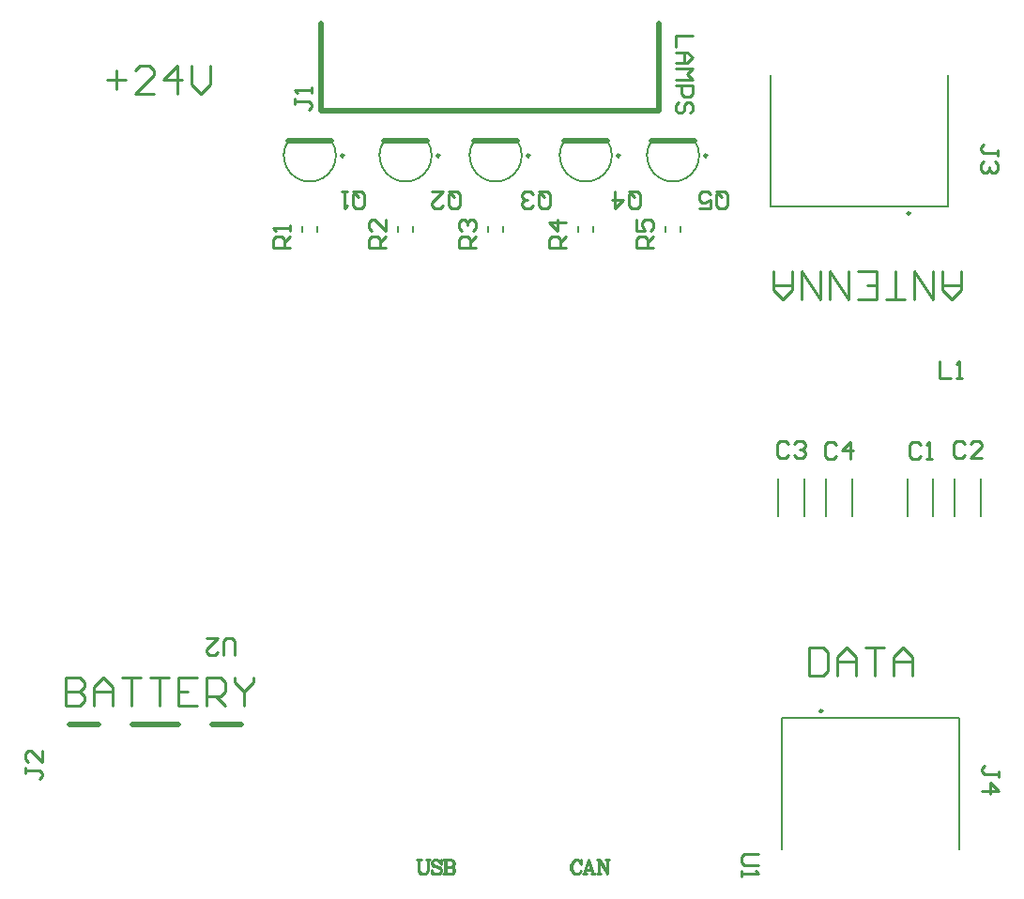
<source format=gbr>
%TF.GenerationSoftware,Altium Limited,Altium Designer,25.2.1 (25)*%
G04 Layer_Color=65535*
%FSLAX45Y45*%
%MOMM*%
%TF.SameCoordinates,918F7520-6D5E-4649-A0F8-73A0CF3CBC90*%
%TF.FilePolarity,Positive*%
%TF.FileFunction,Legend,Top*%
%TF.Part,Single*%
G01*
G75*
%TA.AperFunction,NonConductor*%
%ADD35C,0.25000*%
%ADD36C,0.20000*%
%ADD37C,0.50000*%
%ADD38C,0.25400*%
D35*
X7796500Y1755000D02*
G03*
X7796500Y1755000I-12500J0D01*
G01*
X3478300Y6766800D02*
G03*
X3478300Y6766800I-12500J0D01*
G01*
X4341900D02*
G03*
X4341900Y6766800I-12500J0D01*
G01*
X5967500D02*
G03*
X5967500Y6766800I-12500J0D01*
G01*
X6754900D02*
G03*
X6754900Y6766800I-12500J0D01*
G01*
X5154700D02*
G03*
X5154700Y6766800I-12500J0D01*
G01*
X8585500Y6245000D02*
G03*
X8585500Y6245000I-12500J0D01*
G01*
D36*
X2977413Y6900315D02*
G03*
X3364166Y6900347I193387J-133515D01*
G01*
X3841013Y6900315D02*
G03*
X4227766Y6900347I193387J-133515D01*
G01*
X5466613Y6900315D02*
G03*
X5853366Y6900347I193387J-133515D01*
G01*
X6254013Y6900315D02*
G03*
X6640766Y6900347I193387J-133515D01*
G01*
X4653813Y6900315D02*
G03*
X5040566Y6900347I193387J-133515D01*
G01*
X9028500Y505000D02*
Y1690000D01*
X7428500D02*
X9028500D01*
X7428500Y505000D02*
Y1690000D01*
X8060408Y3517690D02*
Y3848310D01*
X7824788Y3517690D02*
Y3848310D01*
X7627978Y3517690D02*
Y3848310D01*
X7392358Y3517690D02*
Y3848310D01*
X9223889Y3517690D02*
Y3848310D01*
X8988269Y3517690D02*
Y3848310D01*
X8795899Y3517690D02*
Y3848310D01*
X8560279Y3517690D02*
Y3848310D01*
X6514900Y6082300D02*
Y6127300D01*
X6379900Y6082300D02*
Y6127300D01*
X5727500Y6082300D02*
Y6127300D01*
X5592500Y6082300D02*
Y6127300D01*
X4914700Y6082300D02*
Y6127300D01*
X4779700Y6082300D02*
Y6127300D01*
X4101900Y6082300D02*
Y6127300D01*
X3966900Y6082300D02*
Y6127300D01*
X3238300Y6082300D02*
Y6127300D01*
X3103300Y6082300D02*
Y6127300D01*
X7328500Y6310000D02*
X8928500D01*
Y7495000D01*
X7328500Y6310000D02*
Y7495000D01*
D37*
X2977434Y6900300D02*
X3364166D01*
X3841034D02*
X4227766D01*
X5466634D02*
X5853366D01*
X6254034D02*
X6640766D01*
X4653834D02*
X5040566D01*
X3272400Y7169000D02*
X6320400D01*
X1000000Y1635000D02*
X1262111D01*
X2287889D02*
X2550000D01*
X1567889D02*
X1982111D01*
X3272400Y7169000D02*
Y7954600D01*
X6320400Y7169000D02*
Y7954600D01*
D38*
X1342484Y7452359D02*
X1511762D01*
X1427123Y7536998D02*
Y7367720D01*
X1765680Y7325400D02*
X1596402D01*
X1765680Y7494678D01*
Y7536998D01*
X1723361Y7579318D01*
X1638721D01*
X1596402Y7536998D01*
X1977278Y7325400D02*
Y7579318D01*
X1850320Y7452359D01*
X2019598D01*
X2104238Y7579318D02*
Y7410039D01*
X2188877Y7325400D01*
X2273516Y7410039D01*
Y7579318D01*
X6625351Y7849886D02*
X6475400D01*
Y7749919D01*
Y7699935D02*
X6575367D01*
X6625351Y7649951D01*
X6575367Y7599967D01*
X6475400D01*
X6550376D01*
Y7699935D01*
X6475400Y7549983D02*
X6625351D01*
X6575367Y7499999D01*
X6625351Y7450016D01*
X6475400D01*
Y7400032D02*
X6625351D01*
Y7325056D01*
X6600359Y7300064D01*
X6550376D01*
X6525384Y7325056D01*
Y7400032D01*
X6600359Y7150113D02*
X6625351Y7175105D01*
Y7225089D01*
X6600359Y7250080D01*
X6575367D01*
X6550376Y7225089D01*
Y7175105D01*
X6525384Y7150113D01*
X6500392D01*
X6475400Y7175105D01*
Y7225089D01*
X6500392Y7250080D01*
X968607Y2059318D02*
Y1805400D01*
X1095566D01*
X1137885Y1847720D01*
Y1890039D01*
X1095566Y1932359D01*
X968607D01*
X1095566D01*
X1137885Y1974679D01*
Y2016998D01*
X1095566Y2059318D01*
X968607D01*
X1222525Y1805400D02*
Y1974679D01*
X1307164Y2059318D01*
X1391803Y1974679D01*
Y1805400D01*
Y1932359D01*
X1222525D01*
X1476443Y2059318D02*
X1645721D01*
X1561082D01*
Y1805400D01*
X1730361Y2059318D02*
X1899639D01*
X1815000D01*
Y1805400D01*
X2153557Y2059318D02*
X1984279D01*
Y1805400D01*
X2153557D01*
X1984279Y1932359D02*
X2068918D01*
X2238197Y1805400D02*
Y2059318D01*
X2365156D01*
X2407475Y2016998D01*
Y1932359D01*
X2365156Y1890039D01*
X2238197D01*
X2322836D02*
X2407475Y1805400D01*
X2492115Y2059318D02*
Y2016998D01*
X2576754Y1932359D01*
X2661393Y2016998D01*
Y2059318D01*
X2576754Y1932359D02*
Y1805400D01*
X7674484Y2329318D02*
Y2075400D01*
X7801443D01*
X7843762Y2117720D01*
Y2286998D01*
X7801443Y2329318D01*
X7674484D01*
X7928402Y2075400D02*
Y2244679D01*
X8013041Y2329318D01*
X8097680Y2244679D01*
Y2075400D01*
Y2202359D01*
X7928402D01*
X8182320Y2329318D02*
X8351598D01*
X8266959D01*
Y2075400D01*
X8436238D02*
Y2244679D01*
X8520877Y2329318D01*
X8605516Y2244679D01*
Y2075400D01*
Y2202359D01*
X8436238D01*
X9048433Y5725153D02*
Y5555874D01*
X8963794Y5471235D01*
X8879154Y5555874D01*
Y5725153D01*
Y5598194D01*
X9048433D01*
X8794515Y5725153D02*
Y5471235D01*
X8625236Y5725153D01*
Y5471235D01*
X8540597D02*
X8371319D01*
X8455958D01*
Y5725153D01*
X8117401Y5471235D02*
X8286679D01*
Y5725153D01*
X8117401D01*
X8286679Y5598194D02*
X8202040D01*
X8032761Y5725153D02*
Y5471235D01*
X7863483Y5725153D01*
Y5471235D01*
X7778843Y5725153D02*
Y5471235D01*
X7609565Y5725153D01*
Y5471235D01*
X7524925Y5725153D02*
Y5555874D01*
X7440286Y5471235D01*
X7355647Y5555874D01*
Y5725153D01*
Y5598194D01*
X7524925D01*
X5609616Y392942D02*
X5615663Y374802D01*
Y411080D01*
X5609616Y392942D01*
X5597524Y405034D01*
X5579385Y411080D01*
X5567292D01*
X5549153Y405034D01*
X5537061Y392942D01*
X5531014Y380849D01*
X5524968Y362710D01*
Y332478D01*
X5531014Y314339D01*
X5537061Y302247D01*
X5549153Y290154D01*
X5567292Y284108D01*
X5579385D01*
X5597524Y290154D01*
X5609616Y302247D01*
X5615663Y314339D01*
X5567292Y411080D02*
X5555199Y405034D01*
X5543107Y392942D01*
X5537061Y380849D01*
X5531014Y362710D01*
Y332478D01*
X5537061Y314339D01*
X5543107Y302247D01*
X5555199Y290154D01*
X5567292Y284108D01*
X5688219Y411080D02*
X5645894Y284108D01*
X5688219Y411080D02*
X5730543Y284108D01*
X5688219Y392942D02*
X5724497Y284108D01*
X5657987Y320386D02*
X5712404D01*
X5633802Y284108D02*
X5670080D01*
X5706358D02*
X5742636D01*
X5777100Y411080D02*
Y284108D01*
X5783146Y411080D02*
X5855702Y296200D01*
X5783146Y398988D02*
X5855702Y284108D01*
Y411080D02*
Y284108D01*
X5758961Y411080D02*
X5783146D01*
X5837563D02*
X5873841D01*
X5758961Y284108D02*
X5795239D01*
X4149444Y411079D02*
Y320384D01*
X4155491Y302245D01*
X4167583Y290152D01*
X4185722Y284106D01*
X4197815D01*
X4215954Y290152D01*
X4228046Y302245D01*
X4234093Y320384D01*
Y411079D01*
X4155491D02*
Y320384D01*
X4161537Y302245D01*
X4173629Y290152D01*
X4185722Y284106D01*
X4131305Y411079D02*
X4173629D01*
X4215954D02*
X4252232D01*
X4345950Y392940D02*
X4351996Y411079D01*
Y374801D01*
X4345950Y392940D01*
X4333857Y405032D01*
X4315718Y411079D01*
X4297579D01*
X4279440Y405032D01*
X4267348Y392940D01*
Y380847D01*
X4273394Y368755D01*
X4279440Y362708D01*
X4291533Y356662D01*
X4327811Y344569D01*
X4339903Y338523D01*
X4351996Y326430D01*
X4267348Y380847D02*
X4279440Y368755D01*
X4291533Y362708D01*
X4327811Y350616D01*
X4339903Y344569D01*
X4345950Y338523D01*
X4351996Y326430D01*
Y302245D01*
X4339903Y290152D01*
X4321765Y284106D01*
X4303626D01*
X4285486Y290152D01*
X4273394Y302245D01*
X4267348Y320384D01*
Y284106D01*
X4273394Y302245D01*
X4388879Y411079D02*
Y284106D01*
X4394925Y411079D02*
Y284106D01*
X4370740Y411079D02*
X4443296D01*
X4461435Y405032D01*
X4467481Y398986D01*
X4473527Y386894D01*
Y374801D01*
X4467481Y362708D01*
X4461435Y356662D01*
X4443296Y350616D01*
Y411079D02*
X4455388Y405032D01*
X4461435Y398986D01*
X4467481Y386894D01*
Y374801D01*
X4461435Y362708D01*
X4455388Y356662D01*
X4443296Y350616D01*
X4394925D02*
X4443296D01*
X4461435Y344569D01*
X4467481Y338523D01*
X4473527Y326430D01*
Y308291D01*
X4467481Y296199D01*
X4461435Y290152D01*
X4443296Y284106D01*
X4370740D01*
X4443296Y350616D02*
X4455388Y344569D01*
X4461435Y338523D01*
X4467481Y326430D01*
Y308291D01*
X4461435Y296199D01*
X4455388Y290152D01*
X4443296Y284106D01*
X3032419Y7281997D02*
Y7231213D01*
Y7256605D01*
X3159378D01*
X3184770Y7231213D01*
Y7205822D01*
X3159378Y7180430D01*
X3184770Y7332780D02*
Y7383564D01*
Y7358172D01*
X3032419D01*
X3057811Y7332780D01*
X2489330Y2262179D02*
Y2389138D01*
X2463938Y2414530D01*
X2413155D01*
X2387763Y2389138D01*
Y2262179D01*
X2235412Y2414530D02*
X2336979D01*
X2235412Y2312963D01*
Y2287571D01*
X2260804Y2262179D01*
X2311587D01*
X2336979Y2287571D01*
X8852313Y4912335D02*
Y4759985D01*
X8953880D01*
X9004664D02*
X9055447D01*
X9030056D01*
Y4912335D01*
X9004664Y4886943D01*
X7922264Y4158619D02*
X7896872Y4184011D01*
X7846089D01*
X7820697Y4158619D01*
Y4057052D01*
X7846089Y4031660D01*
X7896872D01*
X7922264Y4057052D01*
X8049223Y4031660D02*
Y4184011D01*
X7973048Y4107835D01*
X8074615D01*
X7484777Y4163043D02*
X7459385Y4188435D01*
X7408601D01*
X7383210Y4163043D01*
Y4061477D01*
X7408601Y4036085D01*
X7459385D01*
X7484777Y4061477D01*
X7535560Y4163043D02*
X7560952Y4188435D01*
X7611736D01*
X7637127Y4163043D01*
Y4137652D01*
X7611736Y4112260D01*
X7586344D01*
X7611736D01*
X7637127Y4086868D01*
Y4061477D01*
X7611736Y4036085D01*
X7560952D01*
X7535560Y4061477D01*
X9080687Y4163044D02*
X9055295Y4188436D01*
X9004512D01*
X8979120Y4163044D01*
Y4061477D01*
X9004512Y4036085D01*
X9055295D01*
X9080687Y4061477D01*
X9233038Y4036085D02*
X9131470D01*
X9233038Y4137652D01*
Y4163044D01*
X9207646Y4188436D01*
X9156862D01*
X9131470Y4163044D01*
X8683169Y4155424D02*
X8657777Y4180816D01*
X8606994D01*
X8581602Y4155424D01*
Y4053857D01*
X8606994Y4028465D01*
X8657777D01*
X8683169Y4053857D01*
X8733953Y4028465D02*
X8784736D01*
X8759345D01*
Y4180816D01*
X8733953Y4155424D01*
X9384162Y1156391D02*
Y1207175D01*
Y1181783D01*
X9257203D01*
X9231811Y1207175D01*
Y1232567D01*
X9257203Y1257959D01*
X9231811Y1029433D02*
X9384162D01*
X9307986Y1105608D01*
Y1004041D01*
X9379353Y6767391D02*
Y6818175D01*
Y6792783D01*
X9252394D01*
X9227002Y6818175D01*
Y6843567D01*
X9252394Y6868959D01*
X9353961Y6716608D02*
X9379353Y6691216D01*
Y6640432D01*
X9353961Y6615041D01*
X9328569D01*
X9303177Y6640432D01*
Y6665824D01*
Y6640432D01*
X9277786Y6615041D01*
X9252394D01*
X9227002Y6640432D01*
Y6691216D01*
X9252394Y6716608D01*
X608825Y1242108D02*
Y1191325D01*
Y1216716D01*
X735783D01*
X761175Y1191325D01*
Y1165933D01*
X735783Y1140541D01*
X761175Y1394459D02*
Y1292892D01*
X659608Y1394459D01*
X634216D01*
X608825Y1369067D01*
Y1318284D01*
X634216Y1292892D01*
X7215965Y468295D02*
X7089006D01*
X7063614Y442903D01*
Y392119D01*
X7089006Y366727D01*
X7215965D01*
X7063614Y315944D02*
Y265161D01*
Y290552D01*
X7215965D01*
X7190573Y315944D01*
X6265790Y5933350D02*
X6113439D01*
Y6009525D01*
X6138831Y6034917D01*
X6189614D01*
X6215006Y6009525D01*
Y5933350D01*
Y5984133D02*
X6265790Y6034917D01*
X6113439Y6187268D02*
Y6085701D01*
X6189614D01*
X6164223Y6136484D01*
Y6161876D01*
X6189614Y6187268D01*
X6240398D01*
X6265790Y6161876D01*
Y6111092D01*
X6240398Y6085701D01*
X5478390Y5933350D02*
X5326039D01*
Y6009525D01*
X5351431Y6034917D01*
X5402214D01*
X5427606Y6009525D01*
Y5933350D01*
Y5984133D02*
X5478390Y6034917D01*
Y6161876D02*
X5326039D01*
X5402214Y6085701D01*
Y6187268D01*
X4665590Y5933350D02*
X4513239D01*
Y6009525D01*
X4538631Y6034917D01*
X4589414D01*
X4614806Y6009525D01*
Y5933350D01*
Y5984133D02*
X4665590Y6034917D01*
X4538631Y6085701D02*
X4513239Y6111092D01*
Y6161876D01*
X4538631Y6187268D01*
X4564023D01*
X4589414Y6161876D01*
Y6136484D01*
Y6161876D01*
X4614806Y6187268D01*
X4640198D01*
X4665590Y6161876D01*
Y6111092D01*
X4640198Y6085701D01*
X3852790Y5933350D02*
X3700439D01*
Y6009525D01*
X3725831Y6034917D01*
X3776614D01*
X3802006Y6009525D01*
Y5933350D01*
Y5984133D02*
X3852790Y6034917D01*
Y6187268D02*
Y6085701D01*
X3751223Y6187268D01*
X3725831D01*
X3700439Y6161876D01*
Y6111092D01*
X3725831Y6085701D01*
X2989190Y5933350D02*
X2836839D01*
Y6009525D01*
X2862231Y6034917D01*
X2913014D01*
X2938406Y6009525D01*
Y5933350D01*
Y5984133D02*
X2989190Y6034917D01*
Y6085701D02*
Y6136484D01*
Y6111092D01*
X2836839D01*
X2862231Y6085701D01*
X6839203Y6417558D02*
Y6315991D01*
X6864595Y6290599D01*
X6915378D01*
X6940770Y6315991D01*
Y6417558D01*
X6915378Y6442950D01*
X6864595D01*
X6889987Y6392166D02*
X6839203Y6442950D01*
X6864595D02*
X6839203Y6417558D01*
X6686852Y6290599D02*
X6788419D01*
Y6366774D01*
X6737636Y6341382D01*
X6712244D01*
X6686852Y6366774D01*
Y6417558D01*
X6712244Y6442950D01*
X6763028D01*
X6788419Y6417558D01*
X6051803D02*
Y6315991D01*
X6077195Y6290599D01*
X6127978D01*
X6153370Y6315991D01*
Y6417558D01*
X6127978Y6442950D01*
X6077195D01*
X6102587Y6392166D02*
X6051803Y6442950D01*
X6077195D02*
X6051803Y6417558D01*
X5924844Y6442950D02*
Y6290599D01*
X6001019Y6366774D01*
X5899452D01*
X5239003Y6417558D02*
Y6315991D01*
X5264395Y6290599D01*
X5315178D01*
X5340570Y6315991D01*
Y6417558D01*
X5315178Y6442950D01*
X5264395D01*
X5289787Y6392166D02*
X5239003Y6442950D01*
X5264395D02*
X5239003Y6417558D01*
X5188219Y6315991D02*
X5162828Y6290599D01*
X5112044D01*
X5086652Y6315991D01*
Y6341382D01*
X5112044Y6366774D01*
X5137436D01*
X5112044D01*
X5086652Y6392166D01*
Y6417558D01*
X5112044Y6442950D01*
X5162828D01*
X5188219Y6417558D01*
X4426203D02*
Y6315991D01*
X4451595Y6290599D01*
X4502378D01*
X4527770Y6315991D01*
Y6417558D01*
X4502378Y6442950D01*
X4451595D01*
X4476987Y6392166D02*
X4426203Y6442950D01*
X4451595D02*
X4426203Y6417558D01*
X4273852Y6442950D02*
X4375419D01*
X4273852Y6341382D01*
Y6315991D01*
X4299244Y6290599D01*
X4350028D01*
X4375419Y6315991D01*
X3562603Y6417558D02*
Y6315991D01*
X3587995Y6290599D01*
X3638778D01*
X3664170Y6315991D01*
Y6417558D01*
X3638778Y6442950D01*
X3587995D01*
X3613387Y6392166D02*
X3562603Y6442950D01*
X3587995D02*
X3562603Y6417558D01*
X3511819Y6442950D02*
X3461036D01*
X3486428D01*
Y6290599D01*
X3511819Y6315991D01*
%TF.MD5,3ceb1171659cc6545aec449159c6bab9*%
M02*

</source>
